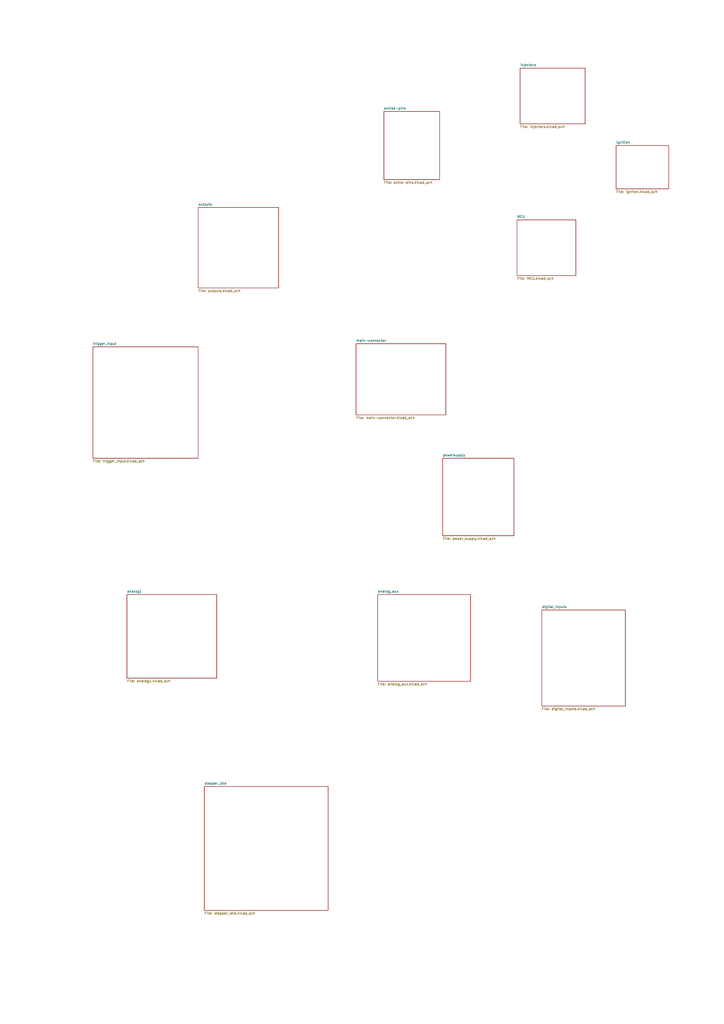
<source format=kicad_sch>
(kicad_sch
	(version 20231120)
	(generator "eeschema")
	(generator_version "8.0")
	(uuid "63d2dd9f-d5ff-4811-a88d-0ba932475460")
	(paper "A3" portrait)
	(title_block
		(title "toyota jza80")
		(date "2024-03-01")
		(rev "a")
		(company "rusEFI")
	)
	(lib_symbols)
	(sheet
		(at 38.1 142.24)
		(size 43.18 45.72)
		(fields_autoplaced yes)
		(stroke
			(width 0.1524)
			(type solid)
		)
		(fill
			(color 0 0 0 0.0000)
		)
		(uuid "03e819e4-9258-47f3-81fa-91de0968ee0a")
		(property "Sheetname" "trigger_input"
			(at 38.1 141.5284 0)
			(effects
				(font
					(size 1 1)
				)
				(justify left bottom)
			)
		)
		(property "Sheetfile" "trigger_input.kicad_sch"
			(at 38.1 188.5446 0)
			(effects
				(font
					(size 1 1)
				)
				(justify left top)
			)
		)
		(instances
			(project "speeduino-jza80-pnp"
				(path "/63d2dd9f-d5ff-4811-a88d-0ba932475460"
					(page "11")
				)
			)
		)
	)
	(sheet
		(at 52.07 243.84)
		(size 36.83 34.29)
		(fields_autoplaced yes)
		(stroke
			(width 0.1524)
			(type solid)
		)
		(fill
			(color 0 0 0 0.0000)
		)
		(uuid "15753c7d-039e-4030-84e8-61934d6ca59e")
		(property "Sheetname" "analog1"
			(at 52.07 243.1284 0)
			(effects
				(font
					(size 1 1)
				)
				(justify left bottom)
			)
		)
		(property "Sheetfile" "analog1.kicad_sch"
			(at 52.07 278.7146 0)
			(effects
				(font
					(size 1 1)
				)
				(justify left top)
			)
		)
		(instances
			(project "speeduino-jza80-pnp"
				(path "/63d2dd9f-d5ff-4811-a88d-0ba932475460"
					(page "12")
				)
			)
		)
	)
	(sheet
		(at 181.61 187.96)
		(size 29.21 31.75)
		(fields_autoplaced yes)
		(stroke
			(width 0.1524)
			(type solid)
		)
		(fill
			(color 0 0 0 0.0000)
		)
		(uuid "2648c397-e33a-42b2-9ffb-18122e8fa3a5")
		(property "Sheetname" "powersupply"
			(at 181.61 187.2484 0)
			(effects
				(font
					(size 1 1)
				)
				(justify left bottom)
			)
		)
		(property "Sheetfile" "power_supply.kicad_sch"
			(at 181.61 220.2946 0)
			(effects
				(font
					(size 1 1)
				)
				(justify left top)
			)
		)
		(property "Field2" ""
			(at 181.61 187.96 0)
			(effects
				(font
					(size 1 1)
				)
				(hide yes)
			)
		)
		(instances
			(project "speeduino-jza80-pnp"
				(path "/63d2dd9f-d5ff-4811-a88d-0ba932475460"
					(page "10")
				)
			)
		)
	)
	(sheet
		(at 222.25 250.19)
		(size 34.29 39.37)
		(fields_autoplaced yes)
		(stroke
			(width 0.1524)
			(type solid)
		)
		(fill
			(color 0 0 0 0.0000)
		)
		(uuid "28abedad-9cc0-4c4c-8d37-7644fd29fd6c")
		(property "Sheetname" "digital_inputs"
			(at 222.25 249.4784 0)
			(effects
				(font
					(size 1 1)
				)
				(justify left bottom)
			)
		)
		(property "Sheetfile" "digital_inputs.kicad_sch"
			(at 222.25 290.1446 0)
			(effects
				(font
					(size 1 1)
				)
				(justify left top)
			)
		)
		(property "Field2" ""
			(at 222.25 250.19 0)
			(effects
				(font
					(size 1 1)
				)
				(hide yes)
			)
		)
		(instances
			(project "speeduino-jza80-pnp"
				(path "/63d2dd9f-d5ff-4811-a88d-0ba932475460"
					(page "14")
				)
			)
		)
	)
	(sheet
		(at 213.36 27.94)
		(size 26.67 22.86)
		(fields_autoplaced yes)
		(stroke
			(width 0.1524)
			(type solid)
		)
		(fill
			(color 0 0 0 0.0000)
		)
		(uuid "486e5b9f-b6ae-4cb1-a0a3-f91420b1c13e")
		(property "Sheetname" "injectors"
			(at 213.36 27.2284 0)
			(effects
				(font
					(size 1 1)
				)
				(justify left bottom)
			)
		)
		(property "Sheetfile" "injectors.kicad_sch"
			(at 213.36 51.3846 0)
			(effects
				(font
					(size 1 1)
				)
				(justify left top)
			)
		)
		(instances
			(project "speeduino-jza80-pnp"
				(path "/63d2dd9f-d5ff-4811-a88d-0ba932475460"
					(page "3")
				)
			)
		)
	)
	(sheet
		(at 252.73 59.69)
		(size 21.59 17.78)
		(fields_autoplaced yes)
		(stroke
			(width 0.1524)
			(type solid)
		)
		(fill
			(color 0 0 0 0.0000)
		)
		(uuid "7cd6bd58-67f2-44da-8601-99270ea8b1a2")
		(property "Sheetname" "ignition"
			(at 252.73 58.9784 0)
			(effects
				(font
					(size 1 1)
				)
				(justify left bottom)
			)
		)
		(property "Sheetfile" "igniton.kicad_sch"
			(at 252.73 78.0546 0)
			(effects
				(font
					(size 1 1)
				)
				(justify left top)
			)
		)
		(instances
			(project "speeduino-jza80-pnp"
				(path "/63d2dd9f-d5ff-4811-a88d-0ba932475460"
					(page "4")
				)
			)
		)
	)
	(sheet
		(at 146.05 140.97)
		(size 36.83 29.21)
		(fields_autoplaced yes)
		(stroke
			(width 0.1524)
			(type solid)
		)
		(fill
			(color 0 0 0 0.0000)
		)
		(uuid "838aa878-8db4-445e-8e1c-b58da80db3a8")
		(property "Sheetname" "main-connector"
			(at 146.05 140.2584 0)
			(effects
				(font
					(size 1 1)
				)
				(justify left bottom)
			)
		)
		(property "Sheetfile" "main-connector.kicad_sch"
			(at 146.05 170.7646 0)
			(effects
				(font
					(size 1 1)
				)
				(justify left top)
			)
		)
		(instances
			(project "speeduino-jza80-pnp"
				(path "/63d2dd9f-d5ff-4811-a88d-0ba932475460"
					(page "8")
				)
			)
		)
	)
	(sheet
		(at 81.28 85.09)
		(size 33.02 33.02)
		(fields_autoplaced yes)
		(stroke
			(width 0.1524)
			(type solid)
		)
		(fill
			(color 0 0 0 0.0000)
		)
		(uuid "a51e5e8b-c3fa-4414-a340-4a1efeea8fe7")
		(property "Sheetname" "outputs"
			(at 81.28 84.3784 0)
			(effects
				(font
					(size 1 1)
				)
				(justify left bottom)
			)
		)
		(property "Sheetfile" "outputs.kicad_sch"
			(at 81.28 118.6946 0)
			(effects
				(font
					(size 1 1)
				)
				(justify left top)
			)
		)
		(instances
			(project "speeduino-jza80-pnp"
				(path "/63d2dd9f-d5ff-4811-a88d-0ba932475460"
					(page "9")
				)
			)
		)
	)
	(sheet
		(at 212.09 90.17)
		(size 24.13 22.86)
		(fields_autoplaced yes)
		(stroke
			(width 0.1524)
			(type solid)
		)
		(fill
			(color 0 0 0 0.0000)
		)
		(uuid "aa0d47bb-9839-4011-807a-f93692b2b51d")
		(property "Sheetname" "MCU"
			(at 212.09 89.4584 0)
			(effects
				(font
					(size 1 1)
				)
				(justify left bottom)
			)
		)
		(property "Sheetfile" "MCU.kicad_sch"
			(at 212.09 113.6146 0)
			(effects
				(font
					(size 1 1)
				)
				(justify left top)
			)
		)
		(instances
			(project "speeduino-jza80-pnp"
				(path "/63d2dd9f-d5ff-4811-a88d-0ba932475460"
					(page "5")
				)
			)
		)
	)
	(sheet
		(at 83.82 322.58)
		(size 50.8 50.8)
		(fields_autoplaced yes)
		(stroke
			(width 0.1524)
			(type solid)
		)
		(fill
			(color 0 0 0 0.0000)
		)
		(uuid "b56a86ec-a2b6-4a7b-afa7-58a7a3a23349")
		(property "Sheetname" "stepper_idle"
			(at 83.82 321.8684 0)
			(effects
				(font
					(size 1 1)
				)
				(justify left bottom)
			)
		)
		(property "Sheetfile" "stepper_idle.kicad_sch"
			(at 83.82 373.9646 0)
			(effects
				(font
					(size 1 1)
				)
				(justify left top)
			)
		)
		(instances
			(project "speeduino-jza80-pnp"
				(path "/63d2dd9f-d5ff-4811-a88d-0ba932475460"
					(page "15")
				)
			)
		)
	)
	(sheet
		(at 154.94 243.84)
		(size 38.1 35.56)
		(fields_autoplaced yes)
		(stroke
			(width 0.1524)
			(type solid)
		)
		(fill
			(color 0 0 0 0.0000)
		)
		(uuid "b798681c-ec56-4a5d-bf3d-80657a2eb5d7")
		(property "Sheetname" "analog_aux"
			(at 154.94 243.1284 0)
			(effects
				(font
					(size 1 1)
				)
				(justify left bottom)
			)
		)
		(property "Sheetfile" "analog_aux.kicad_sch"
			(at 154.94 279.9846 0)
			(effects
				(font
					(size 1 1)
				)
				(justify left top)
			)
		)
		(instances
			(project "speeduino-jza80-pnp"
				(path "/63d2dd9f-d5ff-4811-a88d-0ba932475460"
					(page "13")
				)
			)
		)
	)
	(sheet
		(at 157.48 45.72)
		(size 22.86 27.94)
		(fields_autoplaced yes)
		(stroke
			(width 0.1524)
			(type solid)
		)
		(fill
			(color 0 0 0 0.0000)
		)
		(uuid "de9ed0c1-8bf2-416b-8c64-c9ffd6ad7972")
		(property "Sheetname" "extras-pins"
			(at 157.48 45.0084 0)
			(effects
				(font
					(size 1 1)
				)
				(justify left bottom)
			)
		)
		(property "Sheetfile" "extra-pins.kicad_sch"
			(at 157.48 74.2446 0)
			(effects
				(font
					(size 1 1)
				)
				(justify left top)
			)
		)
		(instances
			(project "speeduino-jza80-pnp"
				(path "/63d2dd9f-d5ff-4811-a88d-0ba932475460"
					(page "7")
				)
			)
		)
	)
	(sheet_instances
		(path "/"
			(page "1")
		)
	)
)

</source>
